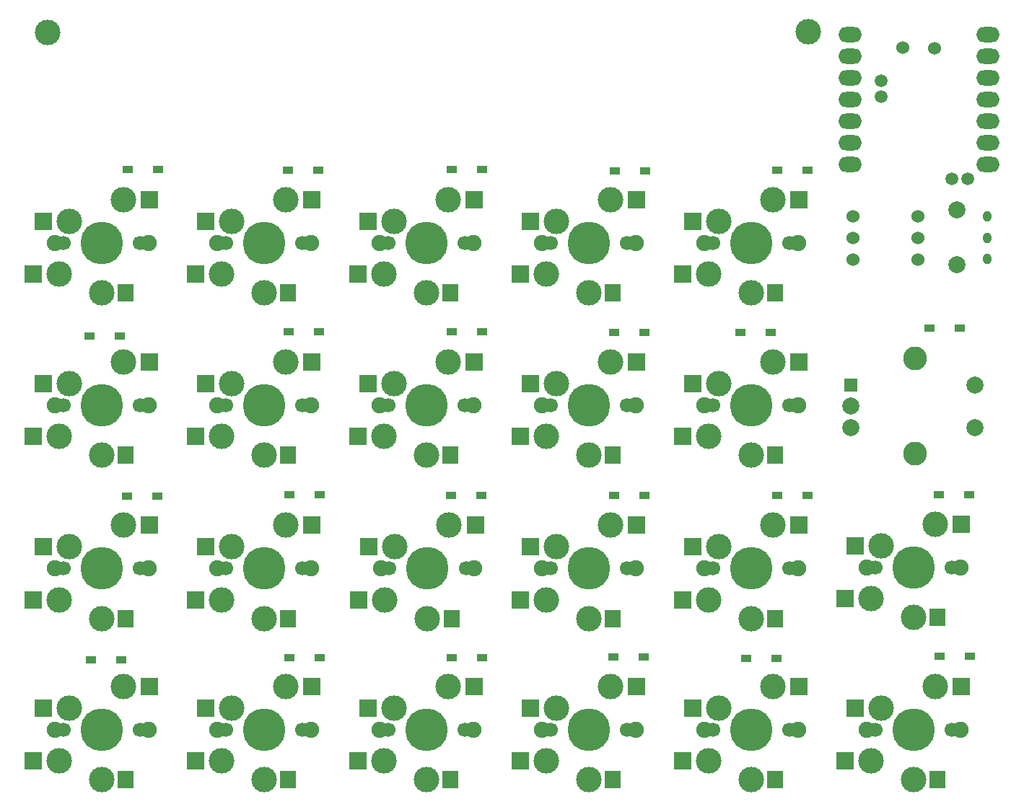
<source format=gbr>
%TF.GenerationSoftware,KiCad,Pcbnew,8.0.7*%
%TF.CreationDate,2025-03-26T10:06:04+09:00*%
%TF.ProjectId,cool642tb_L_v130,636f6f6c-3634-4327-9462-5f4c5f763133,rev?*%
%TF.SameCoordinates,Original*%
%TF.FileFunction,Soldermask,Bot*%
%TF.FilePolarity,Negative*%
%FSLAX46Y46*%
G04 Gerber Fmt 4.6, Leading zero omitted, Abs format (unit mm)*
G04 Created by KiCad (PCBNEW 8.0.7) date 2025-03-26 10:06:04*
%MOMM*%
%LPD*%
G01*
G04 APERTURE LIST*
%ADD10O,2.750000X1.800000*%
%ADD11C,1.500000*%
%ADD12C,1.524000*%
%ADD13C,2.000000*%
%ADD14C,1.900000*%
%ADD15C,1.700000*%
%ADD16C,3.000000*%
%ADD17C,5.000000*%
%ADD18R,2.000000X2.000000*%
%ADD19R,1.900000X2.000000*%
%ADD20R,1.300000X0.950000*%
%ADD21R,1.500000X1.500000*%
%ADD22C,2.800000*%
%ADD23O,1.000000X1.300000*%
G04 APERTURE END LIST*
D10*
%TO.C,U1*%
X87740000Y24450000D03*
X87740000Y21910000D03*
X87740000Y19370000D03*
X87740000Y16830000D03*
X87740000Y14290000D03*
X87740000Y11750000D03*
X87740000Y9210000D03*
X103980000Y9210000D03*
X103980000Y11750000D03*
X103980000Y14290000D03*
X103980000Y16830000D03*
X103980000Y19370000D03*
X103980000Y21910000D03*
X103980000Y24450000D03*
D11*
X99695400Y7518000D03*
X101575000Y7518000D03*
X91415000Y17147000D03*
X91415000Y19052000D03*
D12*
X93980000Y22900000D03*
X97700000Y22840000D03*
%TD*%
D13*
%TO.C,SW25*%
X100270000Y3910000D03*
X100270000Y-2590000D03*
%TD*%
D14*
%TO.C,SW14*%
X51650000Y-19050000D03*
D15*
X52070000Y-19050000D03*
D16*
X52150000Y-22750000D03*
D15*
X52650000Y-19050000D03*
D16*
X53340000Y-16510000D03*
D17*
X57150000Y-19050000D03*
D16*
X57150000Y-24950000D03*
X59690000Y-13970000D03*
D15*
X61650000Y-19050000D03*
X62230000Y-19050000D03*
D14*
X62650000Y-19050000D03*
D18*
X49050000Y-22750000D03*
X50250000Y-16510000D03*
D19*
X59950000Y-24950000D03*
D18*
X62750000Y-13970000D03*
%TD*%
D20*
%TO.C,D3*%
X2925000Y-29720000D03*
X6475000Y-29720000D03*
%TD*%
D16*
%TO.C,B1*%
X-6400000Y24710000D03*
X82870000Y24750000D03*
%TD*%
D14*
%TO.C,SW18*%
X70700000Y-19050000D03*
D15*
X71120000Y-19050000D03*
D16*
X71200000Y-22750000D03*
D15*
X71700000Y-19050000D03*
D16*
X72390000Y-16510000D03*
D17*
X76200000Y-19050000D03*
D16*
X76200000Y-24950000D03*
X78740000Y-13970000D03*
D15*
X80700000Y-19050000D03*
X81280000Y-19050000D03*
D14*
X81700000Y-19050000D03*
D18*
X68100000Y-22750000D03*
X69300000Y-16510000D03*
D19*
X79000000Y-24950000D03*
D18*
X81800000Y-13970000D03*
%TD*%
D20*
%TO.C,D13*%
X60205000Y8480000D03*
X63755000Y8480000D03*
%TD*%
D12*
%TO.C,U3*%
X88090000Y3110000D03*
X88090000Y570000D03*
X88090000Y-1970000D03*
X95700000Y3130000D03*
X95700000Y570000D03*
X95700000Y-1970000D03*
%TD*%
D14*
%TO.C,SW12*%
X32600000Y-57150000D03*
D15*
X33020000Y-57150000D03*
D16*
X33100000Y-60850000D03*
D15*
X33600000Y-57150000D03*
D16*
X34290000Y-54610000D03*
D17*
X38100000Y-57150000D03*
D16*
X38100000Y-63050000D03*
X40640000Y-52070000D03*
D15*
X42600000Y-57150000D03*
X43180000Y-57150000D03*
D14*
X43600000Y-57150000D03*
D18*
X30000000Y-60850000D03*
X31200000Y-54610000D03*
D19*
X40900000Y-63050000D03*
D18*
X43700000Y-52070000D03*
%TD*%
D14*
%TO.C,SW23*%
X89750000Y-57150000D03*
D15*
X90170000Y-57150000D03*
D16*
X90250000Y-60850000D03*
D15*
X90750000Y-57150000D03*
D16*
X91440000Y-54610000D03*
D17*
X95250000Y-57150000D03*
D16*
X95250000Y-63050000D03*
X97790000Y-52070000D03*
D15*
X99750000Y-57150000D03*
X100330000Y-57150000D03*
D14*
X100750000Y-57150000D03*
D18*
X87150000Y-60850000D03*
X88350000Y-54610000D03*
D19*
X98050000Y-63050000D03*
D18*
X100850000Y-52070000D03*
%TD*%
D20*
%TO.C,D10*%
X41035000Y-10420000D03*
X44585000Y-10420000D03*
%TD*%
%TO.C,D19*%
X79225000Y-29630000D03*
X82775000Y-29630000D03*
%TD*%
%TO.C,D16*%
X59995000Y-48600000D03*
X63545000Y-48600000D03*
%TD*%
D14*
%TO.C,SW19*%
X70700000Y-38200000D03*
D15*
X71120000Y-38200000D03*
D16*
X71200000Y-41900000D03*
D15*
X71700000Y-38200000D03*
D16*
X72390000Y-35660000D03*
D17*
X76200000Y-38200000D03*
D16*
X76200000Y-44100000D03*
X78740000Y-33120000D03*
D15*
X80700000Y-38200000D03*
X81280000Y-38200000D03*
D14*
X81700000Y-38200000D03*
D18*
X68100000Y-41900000D03*
X69300000Y-35660000D03*
D19*
X79000000Y-44100000D03*
D18*
X81800000Y-33120000D03*
%TD*%
D14*
%TO.C,SW1*%
X-5500000Y0D03*
D15*
X-5080000Y0D03*
D16*
X-5000000Y-3700000D03*
D15*
X-4500000Y0D03*
D16*
X-3810000Y2540000D03*
D17*
X0Y0D03*
D16*
X0Y-5900000D03*
X2540000Y5080000D03*
D15*
X4500000Y0D03*
X5080000Y0D03*
D14*
X5500000Y0D03*
D18*
X-8100000Y-3700000D03*
X-6900000Y2540000D03*
D19*
X2800000Y-5900000D03*
D18*
X5600000Y5080000D03*
%TD*%
D14*
%TO.C,SW13*%
X51650000Y0D03*
D15*
X52070000Y0D03*
D16*
X52150000Y-3700000D03*
D15*
X52650000Y0D03*
D16*
X53340000Y2540000D03*
D17*
X57150000Y0D03*
D16*
X57150000Y-5900000D03*
X59690000Y5080000D03*
D15*
X61650000Y0D03*
X62230000Y0D03*
D14*
X62650000Y0D03*
D18*
X49050000Y-3700000D03*
X50250000Y2540000D03*
D19*
X59950000Y-5900000D03*
D18*
X62750000Y5080000D03*
%TD*%
D20*
%TO.C,D7*%
X22025000Y-29570000D03*
X25575000Y-29570000D03*
%TD*%
%TO.C,D21*%
X97060000Y-10040000D03*
X100610000Y-10040000D03*
%TD*%
D14*
%TO.C,SW10*%
X32600000Y-19050000D03*
D15*
X33020000Y-19050000D03*
D16*
X33100000Y-22750000D03*
D15*
X33600000Y-19050000D03*
D16*
X34290000Y-16510000D03*
D17*
X38100000Y-19050000D03*
D16*
X38100000Y-24950000D03*
X40640000Y-13970000D03*
D15*
X42600000Y-19050000D03*
X43180000Y-19050000D03*
D14*
X43600000Y-19050000D03*
D18*
X30000000Y-22750000D03*
X31200000Y-16510000D03*
D19*
X40900000Y-24950000D03*
D18*
X43700000Y-13970000D03*
%TD*%
D20*
%TO.C,D14*%
X60125000Y-10490000D03*
X63675000Y-10490000D03*
%TD*%
%TO.C,D18*%
X74890000Y-10550000D03*
X78440000Y-10550000D03*
%TD*%
%TO.C,D5*%
X21805000Y8520000D03*
X25355000Y8520000D03*
%TD*%
D14*
%TO.C,SW9*%
X32600000Y0D03*
D15*
X33020000Y0D03*
D16*
X33100000Y-3700000D03*
D15*
X33600000Y0D03*
D16*
X34290000Y2540000D03*
D17*
X38100000Y0D03*
D16*
X38100000Y-5900000D03*
X40640000Y5080000D03*
D15*
X42600000Y0D03*
X43180000Y0D03*
D14*
X43600000Y0D03*
D18*
X30000000Y-3700000D03*
X31200000Y2540000D03*
D19*
X40900000Y-5900000D03*
D18*
X43700000Y5080000D03*
%TD*%
D14*
%TO.C,SW15*%
X51650000Y-38200000D03*
D15*
X52070000Y-38200000D03*
D16*
X52150000Y-41900000D03*
D15*
X52650000Y-38200000D03*
D16*
X53340000Y-35660000D03*
D17*
X57150000Y-38200000D03*
D16*
X57150000Y-44100000D03*
X59690000Y-33120000D03*
D15*
X61650000Y-38200000D03*
X62230000Y-38200000D03*
D14*
X62650000Y-38200000D03*
D18*
X49050000Y-41900000D03*
X50250000Y-35660000D03*
D19*
X59950000Y-44100000D03*
D18*
X62750000Y-33120000D03*
%TD*%
D14*
%TO.C,SW11*%
X32700000Y-38200000D03*
D15*
X33120000Y-38200000D03*
D16*
X33200000Y-41900000D03*
D15*
X33700000Y-38200000D03*
D16*
X34390000Y-35660000D03*
D17*
X38200000Y-38200000D03*
D16*
X38200000Y-44100000D03*
X40740000Y-33120000D03*
D15*
X42700000Y-38200000D03*
X43280000Y-38200000D03*
D14*
X43700000Y-38200000D03*
D18*
X30100000Y-41900000D03*
X31300000Y-35660000D03*
D19*
X41000000Y-44100000D03*
D18*
X43800000Y-33120000D03*
%TD*%
D14*
%TO.C,SW5*%
X13550000Y0D03*
D15*
X13970000Y0D03*
D16*
X14050000Y-3700000D03*
D15*
X14550000Y0D03*
D16*
X15240000Y2540000D03*
D17*
X19050000Y0D03*
D16*
X19050000Y-5900000D03*
X21590000Y5080000D03*
D15*
X23550000Y0D03*
X24130000Y0D03*
D14*
X24550000Y0D03*
D18*
X10950000Y-3700000D03*
X12150000Y2540000D03*
D19*
X21850000Y-5900000D03*
D18*
X24650000Y5080000D03*
%TD*%
D20*
%TO.C,D9*%
X41045000Y8610000D03*
X44595000Y8610000D03*
%TD*%
%TO.C,D8*%
X21955000Y-48670000D03*
X25505000Y-48670000D03*
%TD*%
D14*
%TO.C,SW4*%
X-5500000Y-57150000D03*
D15*
X-5080000Y-57150000D03*
D16*
X-5000000Y-60850000D03*
D15*
X-4500000Y-57150000D03*
D16*
X-3810000Y-54610000D03*
D17*
X0Y-57150000D03*
D16*
X0Y-63050000D03*
X2540000Y-52070000D03*
D15*
X4500000Y-57150000D03*
X5080000Y-57150000D03*
D14*
X5500000Y-57150000D03*
D18*
X-8100000Y-60850000D03*
X-6900000Y-54610000D03*
D19*
X2800000Y-63050000D03*
D18*
X5600000Y-52070000D03*
%TD*%
D14*
%TO.C,SW17*%
X70700000Y0D03*
D15*
X71120000Y0D03*
D16*
X71200000Y-3700000D03*
D15*
X71700000Y0D03*
D16*
X72390000Y2540000D03*
D17*
X76200000Y0D03*
D16*
X76200000Y-5900000D03*
X78740000Y5080000D03*
D15*
X80700000Y0D03*
X81280000Y0D03*
D14*
X81700000Y0D03*
D18*
X68100000Y-3700000D03*
X69300000Y2540000D03*
D19*
X79000000Y-5900000D03*
D18*
X81800000Y5080000D03*
%TD*%
D20*
%TO.C,D23*%
X98305000Y-48510000D03*
X101855000Y-48510000D03*
%TD*%
D14*
%TO.C,SW22*%
X89750000Y-38100000D03*
D15*
X90170000Y-38100000D03*
D16*
X90250000Y-41800000D03*
D15*
X90750000Y-38100000D03*
D16*
X91440000Y-35560000D03*
D17*
X95250000Y-38100000D03*
D16*
X95250000Y-44000000D03*
X97790000Y-33020000D03*
D15*
X99750000Y-38100000D03*
X100330000Y-38100000D03*
D14*
X100750000Y-38100000D03*
D18*
X87150000Y-41800000D03*
X88350000Y-35560000D03*
D19*
X98050000Y-44000000D03*
D18*
X100850000Y-33020000D03*
%TD*%
D20*
%TO.C,D11*%
X40935000Y-29650000D03*
X44485000Y-29650000D03*
%TD*%
D14*
%TO.C,SW6*%
X13550000Y-19050000D03*
D15*
X13970000Y-19050000D03*
D16*
X14050000Y-22750000D03*
D15*
X14550000Y-19050000D03*
D16*
X15240000Y-16510000D03*
D17*
X19050000Y-19050000D03*
D16*
X19050000Y-24950000D03*
X21590000Y-13970000D03*
D15*
X23550000Y-19050000D03*
X24130000Y-19050000D03*
D14*
X24550000Y-19050000D03*
D18*
X10950000Y-22750000D03*
X12150000Y-16510000D03*
D19*
X21850000Y-24950000D03*
D18*
X24650000Y-13970000D03*
%TD*%
D21*
%TO.C,SW21*%
X87900000Y-16660000D03*
D13*
X87900000Y-21660000D03*
X87900000Y-19160000D03*
D22*
X95400000Y-13560000D03*
X95400000Y-24760000D03*
D13*
X102400000Y-16660000D03*
X102400000Y-21660000D03*
%TD*%
D14*
%TO.C,SW3*%
X-5500000Y-38200000D03*
D15*
X-5080000Y-38200000D03*
D16*
X-5000000Y-41900000D03*
D15*
X-4500000Y-38200000D03*
D16*
X-3810000Y-35660000D03*
D17*
X0Y-38200000D03*
D16*
X0Y-44100000D03*
X2540000Y-33120000D03*
D15*
X4500000Y-38200000D03*
X5080000Y-38200000D03*
D14*
X5500000Y-38200000D03*
D18*
X-8100000Y-41900000D03*
X-6900000Y-35660000D03*
D19*
X2800000Y-44100000D03*
D18*
X5600000Y-33120000D03*
%TD*%
D20*
%TO.C,D6*%
X21925000Y-10420000D03*
X25475000Y-10420000D03*
%TD*%
D14*
%TO.C,SW2*%
X-5500000Y-19050000D03*
D15*
X-5080000Y-19050000D03*
D16*
X-5000000Y-22750000D03*
D15*
X-4500000Y-19050000D03*
D16*
X-3810000Y-16510000D03*
D17*
X0Y-19050000D03*
D16*
X0Y-24950000D03*
X2540000Y-13970000D03*
D15*
X4500000Y-19050000D03*
X5080000Y-19050000D03*
D14*
X5500000Y-19050000D03*
D18*
X-8100000Y-22750000D03*
X-6900000Y-16510000D03*
D19*
X2800000Y-24950000D03*
D18*
X5600000Y-13970000D03*
%TD*%
D14*
%TO.C,SW16*%
X51650000Y-57150000D03*
D15*
X52070000Y-57150000D03*
D16*
X52150000Y-60850000D03*
D15*
X52650000Y-57150000D03*
D16*
X53340000Y-54610000D03*
D17*
X57150000Y-57150000D03*
D16*
X57150000Y-63050000D03*
X59690000Y-52070000D03*
D15*
X61650000Y-57150000D03*
X62230000Y-57150000D03*
D14*
X62650000Y-57150000D03*
D18*
X49050000Y-60850000D03*
X50250000Y-54610000D03*
D19*
X59950000Y-63050000D03*
D18*
X62750000Y-52070000D03*
%TD*%
D23*
%TO.C,SW24*%
X103840000Y3104000D03*
X103840000Y604000D03*
X103840000Y-1896000D03*
%TD*%
D20*
%TO.C,D15*%
X60075000Y-29620000D03*
X63625000Y-29620000D03*
%TD*%
D14*
%TO.C,SW8*%
X13550000Y-57150000D03*
D15*
X13970000Y-57150000D03*
D16*
X14050000Y-60850000D03*
D15*
X14550000Y-57150000D03*
D16*
X15240000Y-54610000D03*
D17*
X19050000Y-57150000D03*
D16*
X19050000Y-63050000D03*
X21590000Y-52070000D03*
D15*
X23550000Y-57150000D03*
X24130000Y-57150000D03*
D14*
X24550000Y-57150000D03*
D18*
X10950000Y-60850000D03*
X12150000Y-54610000D03*
D19*
X21850000Y-63050000D03*
D18*
X24650000Y-52070000D03*
%TD*%
D20*
%TO.C,D2*%
X-1465000Y-10920000D03*
X2085000Y-10920000D03*
%TD*%
%TO.C,D12*%
X41025000Y-48690000D03*
X44575000Y-48690000D03*
%TD*%
%TO.C,D4*%
X-1265000Y-48970000D03*
X2285000Y-48970000D03*
%TD*%
%TO.C,D1*%
X2995000Y8650000D03*
X6545000Y8650000D03*
%TD*%
%TO.C,D17*%
X79230000Y8510000D03*
X82780000Y8510000D03*
%TD*%
D14*
%TO.C,SW7*%
X13550000Y-38200000D03*
D15*
X13970000Y-38200000D03*
D16*
X14050000Y-41900000D03*
D15*
X14550000Y-38200000D03*
D16*
X15240000Y-35660000D03*
D17*
X19050000Y-38200000D03*
D16*
X19050000Y-44100000D03*
X21590000Y-33120000D03*
D15*
X23550000Y-38200000D03*
X24130000Y-38200000D03*
D14*
X24550000Y-38200000D03*
D18*
X10950000Y-41900000D03*
X12150000Y-35660000D03*
D19*
X21850000Y-44100000D03*
D18*
X24650000Y-33120000D03*
%TD*%
D14*
%TO.C,SW20*%
X70700000Y-57150000D03*
D15*
X71120000Y-57150000D03*
D16*
X71200000Y-60850000D03*
D15*
X71700000Y-57150000D03*
D16*
X72390000Y-54610000D03*
D17*
X76200000Y-57150000D03*
D16*
X76200000Y-63050000D03*
X78740000Y-52070000D03*
D15*
X80700000Y-57150000D03*
X81280000Y-57150000D03*
D14*
X81700000Y-57150000D03*
D18*
X68100000Y-60850000D03*
X69300000Y-54610000D03*
D19*
X79000000Y-63050000D03*
D18*
X81800000Y-52070000D03*
%TD*%
D20*
%TO.C,D22*%
X98205000Y-29600000D03*
X101755000Y-29600000D03*
%TD*%
%TO.C,D20*%
X75575000Y-48810000D03*
X79125000Y-48810000D03*
%TD*%
M02*

</source>
